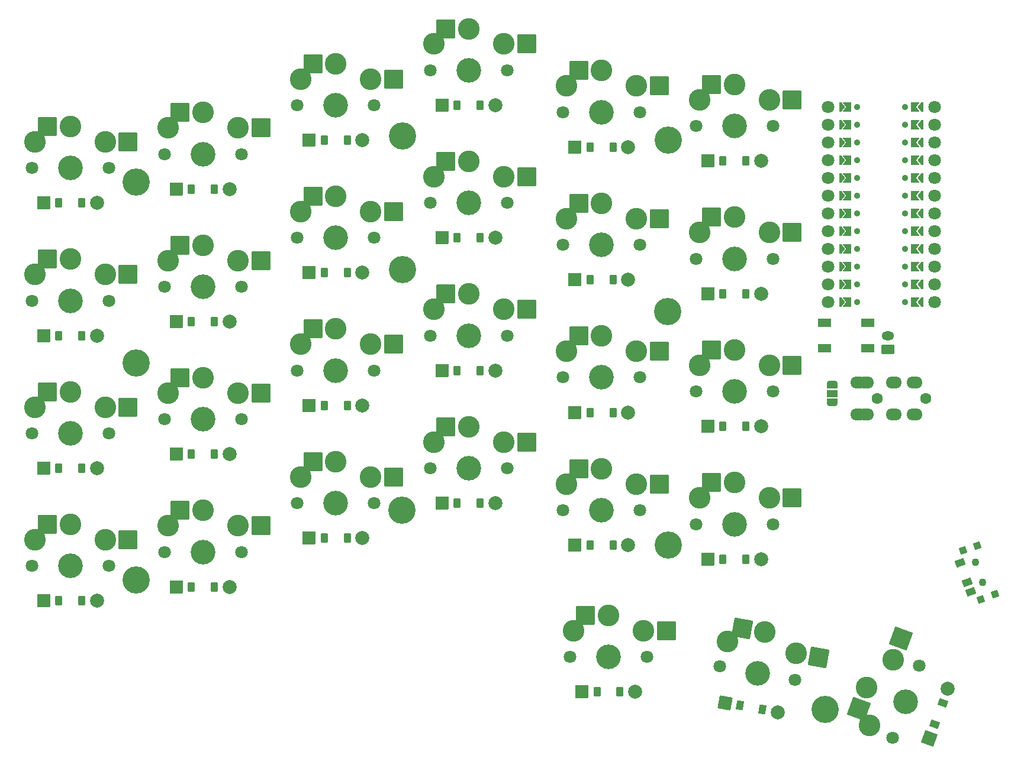
<source format=gbr>
%TF.GenerationSoftware,KiCad,Pcbnew,8.0.5-8.0.5-0~ubuntu20.04.1*%
%TF.CreationDate,2024-10-07T16:46:15+02:00*%
%TF.ProjectId,keyboard_pcb,6b657962-6f61-4726-945f-7063622e6b69,v1.0.0*%
%TF.SameCoordinates,Original*%
%TF.FileFunction,Soldermask,Bot*%
%TF.FilePolarity,Negative*%
%FSLAX46Y46*%
G04 Gerber Fmt 4.6, Leading zero omitted, Abs format (unit mm)*
G04 Created by KiCad (PCBNEW 8.0.5-8.0.5-0~ubuntu20.04.1) date 2024-10-07 16:46:15*
%MOMM*%
%LPD*%
G01*
G04 APERTURE LIST*
G04 Aperture macros list*
%AMRoundRect*
0 Rectangle with rounded corners*
0 $1 Rounding radius*
0 $2 $3 $4 $5 $6 $7 $8 $9 X,Y pos of 4 corners*
0 Add a 4 corners polygon primitive as box body*
4,1,4,$2,$3,$4,$5,$6,$7,$8,$9,$2,$3,0*
0 Add four circle primitives for the rounded corners*
1,1,$1+$1,$2,$3*
1,1,$1+$1,$4,$5*
1,1,$1+$1,$6,$7*
1,1,$1+$1,$8,$9*
0 Add four rect primitives between the rounded corners*
20,1,$1+$1,$2,$3,$4,$5,0*
20,1,$1+$1,$4,$5,$6,$7,0*
20,1,$1+$1,$6,$7,$8,$9,0*
20,1,$1+$1,$8,$9,$2,$3,0*%
%AMFreePoly0*
4,1,16,-0.214645,0.660355,-0.210957,0.656235,0.289043,0.031235,0.299694,-0.005522,0.289043,-0.031235,-0.210957,-0.656235,-0.244478,-0.674694,-0.250000,-0.675000,-0.500000,-0.675000,-0.535355,-0.660355,-0.550000,-0.625000,-0.550000,0.625000,-0.535355,0.660355,-0.500000,0.675000,-0.250000,0.675000,-0.214645,0.660355,-0.214645,0.660355,$1*%
%AMFreePoly1*
4,1,16,0.535355,0.660355,0.550000,0.625000,0.550000,-0.625000,0.535355,-0.660355,0.500000,-0.675000,-0.650000,-0.675000,-0.685355,-0.660355,-0.700000,-0.625000,-0.689043,-0.593765,-0.214031,0.000000,-0.689043,0.593765,-0.699694,0.630522,-0.681235,0.664043,-0.650000,0.675000,0.500000,0.675000,0.535355,0.660355,0.535355,0.660355,$1*%
%AMFreePoly2*
4,1,35,0.585355,0.785355,0.600000,0.750000,0.600000,-0.750000,0.585355,-0.785355,0.550000,-0.800000,0.000000,-0.800000,-0.012286,-0.794911,-0.071157,-0.794911,-0.085244,-0.792886,-0.221795,-0.752791,-0.234740,-0.746879,-0.354462,-0.669938,-0.365217,-0.660618,-0.458414,-0.553063,-0.466109,-0.541091,-0.525228,-0.411637,-0.529237,-0.397982,-0.549491,-0.257116,-0.550000,-0.250000,-0.550000,0.250000,
-0.549491,0.257116,-0.529237,0.397982,-0.525228,0.411637,-0.466109,0.541091,-0.458414,0.553063,-0.365217,0.660618,-0.354462,0.669938,-0.234740,0.746879,-0.221795,0.752791,-0.085244,0.792886,-0.071157,0.794911,-0.012286,0.794911,0.000000,0.800000,0.550000,0.800000,0.585355,0.785355,0.585355,0.785355,$1*%
%AMFreePoly3*
4,1,35,0.012286,0.794911,0.071157,0.794911,0.085244,0.792886,0.221795,0.752791,0.234740,0.746879,0.354462,0.669938,0.365217,0.660618,0.458414,0.553063,0.466109,0.541091,0.525228,0.411637,0.529237,0.397982,0.549491,0.257116,0.550000,0.250000,0.550000,-0.250000,0.549491,-0.257116,0.529237,-0.397982,0.525228,-0.411637,0.466109,-0.541091,0.458414,-0.553063,0.365217,-0.660618,
0.354462,-0.669938,0.234740,-0.746879,0.221795,-0.752791,0.085244,-0.792886,0.071157,-0.794911,0.012286,-0.794911,0.000000,-0.800000,-0.550000,-0.800000,-0.585355,-0.785355,-0.600000,-0.750000,-0.600000,0.750000,-0.585355,0.785355,-0.550000,0.800000,0.000000,0.800000,0.012286,0.794911,0.012286,0.794911,$1*%
G04 Aperture macros list end*
%ADD10C,1.100000*%
%ADD11C,1.801800*%
%ADD12C,3.100000*%
%ADD13C,3.529000*%
%ADD14RoundRect,0.050000X-1.300000X-1.300000X1.300000X-1.300000X1.300000X1.300000X-1.300000X1.300000X0*%
%ADD15RoundRect,0.050000X-0.889000X-0.889000X0.889000X-0.889000X0.889000X0.889000X-0.889000X0.889000X0*%
%ADD16RoundRect,0.050000X-0.450000X-0.600000X0.450000X-0.600000X0.450000X0.600000X-0.450000X0.600000X0*%
%ADD17C,2.005000*%
%ADD18FreePoly0,180.000000*%
%ADD19C,1.800000*%
%ADD20FreePoly0,0.000000*%
%ADD21FreePoly1,0.000000*%
%ADD22C,0.900000*%
%ADD23FreePoly1,180.000000*%
%ADD24C,3.900000*%
%ADD25RoundRect,0.050000X0.850000X-0.600000X0.850000X0.600000X-0.850000X0.600000X-0.850000X-0.600000X0*%
%ADD26O,1.800000X1.300000*%
%ADD27RoundRect,0.050000X-0.576771X0.268953X-0.268953X-0.576771X0.576771X-0.268953X0.268953X0.576771X0*%
%ADD28RoundRect,0.050000X-0.741217X0.209099X-0.433399X-0.636624X0.741217X-0.209099X0.433399X0.636624X0*%
%ADD29RoundRect,0.050000X0.776974X-1.666227X1.666227X0.776974X-0.776974X1.666227X-1.666227X-0.776974X0*%
%ADD30RoundRect,0.050000X0.531331X-1.139443X1.139443X0.531331X-0.531331X1.139443X-1.139443X-0.531331X0*%
%ADD31RoundRect,0.050000X0.409907X-0.628074X0.717725X0.217650X-0.409907X0.628074X-0.717725X-0.217650X0*%
%ADD32C,1.600000*%
%ADD33O,2.300000X1.700000*%
%ADD34RoundRect,0.050000X-0.900000X-0.550000X0.900000X-0.550000X0.900000X0.550000X-0.900000X0.550000X0*%
%ADD35RoundRect,0.050000X-1.029867X-0.721121X0.721121X-1.029867X1.029867X0.721121X-0.721121X1.029867X0*%
%ADD36RoundRect,0.050000X-0.547352X-0.512743X0.338975X-0.669026X0.547352X0.512743X-0.338975X0.669026X0*%
%ADD37RoundRect,0.050000X-1.505993X-1.054507X1.054507X-1.505993X1.505993X1.054507X-1.054507X1.505993X0*%
%ADD38FreePoly2,270.000000*%
%ADD39RoundRect,0.050000X-0.750000X0.500000X-0.750000X-0.500000X0.750000X-0.500000X0.750000X0.500000X0*%
%ADD40FreePoly3,270.000000*%
G04 APERTURE END LIST*
D10*
%TO.C,T1*%
X229486970Y-149500000D03*
X230513030Y-152319078D03*
%TD*%
D11*
%TO.C,S1*%
X94500000Y-150000000D03*
D12*
X95000000Y-146250000D03*
X100000000Y-144050000D03*
X100000000Y-144050000D03*
D13*
X100000000Y-150000000D03*
D12*
X105000000Y-146250000D03*
D11*
X105500000Y-150000000D03*
D14*
X96725000Y-144050000D03*
X108275000Y-146250000D03*
%TD*%
D15*
%TO.C,D6*%
X115190000Y-134000000D03*
D16*
X117350000Y-134000000D03*
X120650000Y-134000000D03*
D17*
X122810000Y-134000000D03*
%TD*%
D11*
%TO.C,S19*%
X170500000Y-104000000D03*
D12*
X171000000Y-100250000D03*
X176000000Y-98050000D03*
X176000000Y-98050000D03*
D13*
X176000000Y-104000000D03*
D12*
X181000000Y-100250000D03*
D11*
X181500000Y-104000000D03*
D14*
X172725000Y-98050000D03*
X184275000Y-100250000D03*
%TD*%
D15*
%TO.C,D10*%
X134190000Y-127000000D03*
D16*
X136350000Y-127000000D03*
X139650000Y-127000000D03*
D17*
X141810000Y-127000000D03*
%TD*%
D18*
%TO.C,MCU1*%
X221500000Y-84300000D03*
D19*
X223620000Y-84300000D03*
D18*
X221500000Y-86840000D03*
D19*
X223620000Y-86840000D03*
D18*
X221500000Y-89380000D03*
D19*
X223620000Y-89380000D03*
D18*
X221500000Y-91920000D03*
D19*
X223620000Y-91920000D03*
D18*
X221500000Y-94460000D03*
D19*
X223620000Y-94460000D03*
D18*
X221500000Y-97000000D03*
D19*
X223620000Y-97000000D03*
D18*
X221500000Y-99540000D03*
D19*
X223620000Y-99540000D03*
D18*
X221500000Y-102080000D03*
D19*
X223620000Y-102080000D03*
D18*
X221500000Y-104620000D03*
D19*
X223620000Y-104620000D03*
D18*
X221500000Y-107160000D03*
D19*
X223620000Y-107160000D03*
D18*
X221500000Y-109700000D03*
D19*
X223620000Y-109700000D03*
D18*
X221500000Y-112240000D03*
D19*
X223620000Y-112240000D03*
X208380000Y-112240000D03*
D20*
X210500000Y-112240000D03*
D19*
X208380000Y-109700000D03*
D20*
X210500000Y-109700000D03*
D19*
X208380000Y-107160000D03*
D20*
X210500000Y-107160000D03*
D19*
X208380000Y-104620000D03*
D20*
X210500000Y-104620000D03*
D19*
X208380000Y-102080000D03*
D20*
X210500000Y-102080000D03*
D19*
X208380000Y-99540000D03*
D20*
X210500000Y-99540000D03*
D19*
X208380000Y-97000000D03*
D20*
X210500000Y-97000000D03*
D19*
X208380000Y-94460000D03*
D20*
X210500000Y-94460000D03*
D19*
X208380000Y-91920000D03*
D20*
X210500000Y-91920000D03*
D19*
X208380000Y-89380000D03*
D20*
X210500000Y-89380000D03*
D19*
X208380000Y-86840000D03*
D20*
X210500000Y-86840000D03*
D19*
X208380000Y-84300000D03*
D20*
X210500000Y-84300000D03*
D21*
X211225000Y-84300000D03*
D22*
X219400000Y-84300000D03*
D21*
X211225000Y-86840000D03*
D22*
X219400000Y-86840000D03*
D21*
X211225000Y-89380000D03*
D22*
X219400000Y-89380000D03*
D21*
X211225000Y-91920000D03*
D22*
X219400000Y-91920000D03*
D21*
X211225000Y-94460000D03*
D22*
X219400000Y-94460000D03*
D21*
X211225000Y-97000000D03*
D22*
X219400000Y-97000000D03*
D21*
X211225000Y-99540000D03*
D22*
X219400000Y-99540000D03*
D21*
X211225000Y-102080000D03*
D22*
X219400000Y-102080000D03*
D21*
X211225000Y-104620000D03*
D22*
X219400000Y-104620000D03*
D21*
X211225000Y-107160000D03*
D22*
X219400000Y-107160000D03*
D21*
X211225000Y-109700000D03*
D22*
X219400000Y-109700000D03*
D21*
X211225000Y-112240000D03*
D22*
X219400000Y-112240000D03*
X212600000Y-112240000D03*
D23*
X220775000Y-112240000D03*
D22*
X212600000Y-109700000D03*
D23*
X220775000Y-109700000D03*
D22*
X212600000Y-107160000D03*
D23*
X220775000Y-107160000D03*
D22*
X212600000Y-104620000D03*
D23*
X220775000Y-104620000D03*
D22*
X212600000Y-102080000D03*
D23*
X220775000Y-102080000D03*
D22*
X212600000Y-99540000D03*
D23*
X220775000Y-99540000D03*
D22*
X212600000Y-97000000D03*
D23*
X220775000Y-97000000D03*
D22*
X212600000Y-94460000D03*
D23*
X220775000Y-94460000D03*
D22*
X212600000Y-91920000D03*
D23*
X220775000Y-91920000D03*
D22*
X212600000Y-89380000D03*
D23*
X220775000Y-89380000D03*
D22*
X212600000Y-86840000D03*
D23*
X220775000Y-86840000D03*
D22*
X212600000Y-84300000D03*
D23*
X220775000Y-84300000D03*
%TD*%
D11*
%TO.C,S8*%
X113500000Y-91000000D03*
D12*
X114000000Y-87250000D03*
X119000000Y-85050000D03*
X119000000Y-85050000D03*
D13*
X119000000Y-91000000D03*
D12*
X124000000Y-87250000D03*
D11*
X124500000Y-91000000D03*
D14*
X115725000Y-85050000D03*
X127275000Y-87250000D03*
%TD*%
D15*
%TO.C,D17*%
X172190000Y-147000000D03*
D16*
X174350000Y-147000000D03*
X177650000Y-147000000D03*
D17*
X179810000Y-147000000D03*
%TD*%
D11*
%TO.C,S3*%
X94500000Y-112000000D03*
D12*
X95000000Y-108250000D03*
X100000000Y-106050000D03*
X100000000Y-106050000D03*
D13*
X100000000Y-112000000D03*
D12*
X105000000Y-108250000D03*
D11*
X105500000Y-112000000D03*
D14*
X96725000Y-106050000D03*
X108275000Y-108250000D03*
%TD*%
D15*
%TO.C,D23*%
X191190000Y-111000000D03*
D16*
X193350000Y-111000000D03*
X196650000Y-111000000D03*
D17*
X198810000Y-111000000D03*
%TD*%
D24*
%TO.C,H3*%
X109450000Y-152000000D03*
%TD*%
%TO.C,H8*%
X109450000Y-120920000D03*
%TD*%
D15*
%TO.C,D2*%
X96190000Y-136000000D03*
D16*
X98350000Y-136000000D03*
X101650000Y-136000000D03*
D17*
X103810000Y-136000000D03*
%TD*%
D15*
%TO.C,D21*%
X191190000Y-149000000D03*
D16*
X193350000Y-149000000D03*
X196650000Y-149000000D03*
D17*
X198810000Y-149000000D03*
%TD*%
D25*
%TO.C,JST2*%
X217000000Y-119000000D03*
D26*
X217000000Y-117000000D03*
%TD*%
D27*
%TO.C,T2*%
X229768187Y-147056454D03*
X227700865Y-147808898D03*
D10*
X229486970Y-149500000D03*
X230513030Y-152319078D03*
D27*
X232299135Y-154010180D03*
X230231813Y-154762624D03*
D28*
X227280592Y-149504921D03*
X228306653Y-152324000D03*
X228819683Y-153733539D03*
%TD*%
D15*
%TO.C,D19*%
X172190000Y-109000000D03*
D16*
X174350000Y-109000000D03*
X177650000Y-109000000D03*
D17*
X179810000Y-109000000D03*
%TD*%
D15*
%TO.C,D8*%
X115190000Y-96000000D03*
D16*
X117350000Y-96000000D03*
X120650000Y-96000000D03*
D17*
X122810000Y-96000000D03*
%TD*%
D25*
%TO.C,JST1*%
X217000000Y-119000000D03*
D26*
X217000000Y-117000000D03*
%TD*%
D11*
%TO.C,S16*%
X151500000Y-79000000D03*
D12*
X152000000Y-75250000D03*
X157000000Y-73050000D03*
X157000000Y-73050000D03*
D13*
X157000000Y-79000000D03*
D12*
X162000000Y-75250000D03*
D11*
X162500000Y-79000000D03*
D14*
X153725000Y-73050000D03*
X165275000Y-75250000D03*
%TD*%
D11*
%TO.C,S4*%
X94500000Y-93000000D03*
D12*
X95000000Y-89250000D03*
X100000000Y-87050000D03*
X100000000Y-87050000D03*
D13*
X100000000Y-93000000D03*
D12*
X105000000Y-89250000D03*
D11*
X105500000Y-93000000D03*
D14*
X96725000Y-87050000D03*
X108275000Y-89250000D03*
%TD*%
D15*
%TO.C,D11*%
X134190000Y-108000000D03*
D16*
X136350000Y-108000000D03*
X139650000Y-108000000D03*
D17*
X141810000Y-108000000D03*
%TD*%
D11*
%TO.C,S2*%
X94500000Y-131000000D03*
D12*
X95000000Y-127250000D03*
X100000000Y-125050000D03*
X100000000Y-125050000D03*
D13*
X100000000Y-131000000D03*
D12*
X105000000Y-127250000D03*
D11*
X105500000Y-131000000D03*
D14*
X96725000Y-125050000D03*
X108275000Y-127250000D03*
%TD*%
D11*
%TO.C,S24*%
X189500000Y-87000000D03*
D12*
X190000000Y-83250000D03*
X195000000Y-81050000D03*
X195000000Y-81050000D03*
D13*
X195000000Y-87000000D03*
D12*
X200000000Y-83250000D03*
D11*
X200500000Y-87000000D03*
D14*
X191725000Y-81050000D03*
X203275000Y-83250000D03*
%TD*%
D11*
%TO.C,S27*%
X217652140Y-174579294D03*
D12*
X214299303Y-172826873D03*
X213942080Y-167375965D03*
X213942080Y-167375965D03*
D13*
X219533251Y-169410985D03*
D12*
X217719504Y-163429946D03*
D11*
X221414362Y-164242676D03*
D29*
X212821964Y-170453458D03*
X218839620Y-160352453D03*
%TD*%
D15*
%TO.C,D15*%
X153190000Y-103000000D03*
D16*
X155350000Y-103000000D03*
X158650000Y-103000000D03*
D17*
X160810000Y-103000000D03*
%TD*%
D15*
%TO.C,D18*%
X172190000Y-128000000D03*
D16*
X174350000Y-128000000D03*
X177650000Y-128000000D03*
D17*
X179810000Y-128000000D03*
%TD*%
D30*
%TO.C,D27*%
X222928617Y-174701314D03*
D31*
X223667381Y-172671578D03*
X224796047Y-169570592D03*
D17*
X225534811Y-167540856D03*
%TD*%
D24*
%TO.C,H2*%
X109450000Y-95000000D03*
%TD*%
%TO.C,H1*%
X185550000Y-89000000D03*
%TD*%
D15*
%TO.C,D25*%
X173190000Y-168000000D03*
D16*
X175350000Y-168000000D03*
X178650000Y-168000000D03*
D17*
X180810000Y-168000000D03*
%TD*%
D32*
%TO.C,TRRS1*%
X222400000Y-126000000D03*
X215400000Y-126000000D03*
D33*
X212700000Y-123700000D03*
X212700000Y-128300000D03*
X213800000Y-123700000D03*
X213800000Y-128300000D03*
X217800000Y-123700000D03*
X217800000Y-128300000D03*
X220800000Y-123700000D03*
X220800000Y-128300000D03*
%TD*%
D15*
%TO.C,D14*%
X153190000Y-122000000D03*
D16*
X155350000Y-122000000D03*
X158650000Y-122000000D03*
D17*
X160810000Y-122000000D03*
%TD*%
D11*
%TO.C,S20*%
X170500000Y-85000000D03*
D12*
X171000000Y-81250000D03*
X176000000Y-79050000D03*
X176000000Y-79050000D03*
D13*
X176000000Y-85000000D03*
D12*
X181000000Y-81250000D03*
D11*
X181500000Y-85000000D03*
D14*
X172725000Y-79050000D03*
X184275000Y-81250000D03*
%TD*%
D11*
%TO.C,S11*%
X132500000Y-103000000D03*
D12*
X133000000Y-99250000D03*
X138000000Y-97050000D03*
X138000000Y-97050000D03*
D13*
X138000000Y-103000000D03*
D12*
X143000000Y-99250000D03*
D11*
X143500000Y-103000000D03*
D14*
X134725000Y-97050000D03*
X146275000Y-99250000D03*
%TD*%
D11*
%TO.C,S9*%
X132500000Y-141000000D03*
D12*
X133000000Y-137250000D03*
X138000000Y-135050000D03*
X138000000Y-135050000D03*
D13*
X138000000Y-141000000D03*
D12*
X143000000Y-137250000D03*
D11*
X143500000Y-141000000D03*
D14*
X134725000Y-135050000D03*
X146275000Y-137250000D03*
%TD*%
D11*
%TO.C,S12*%
X132500000Y-84000000D03*
D12*
X133000000Y-80250000D03*
X138000000Y-78050000D03*
X138000000Y-78050000D03*
D13*
X138000000Y-84000000D03*
D12*
X143000000Y-80250000D03*
D11*
X143500000Y-84000000D03*
D14*
X134725000Y-78050000D03*
X146275000Y-80250000D03*
%TD*%
D15*
%TO.C,D12*%
X134190000Y-89000000D03*
D16*
X136350000Y-89000000D03*
X139650000Y-89000000D03*
D17*
X141810000Y-89000000D03*
%TD*%
D11*
%TO.C,S10*%
X132500000Y-122000000D03*
D12*
X133000000Y-118250000D03*
X138000000Y-116050000D03*
X138000000Y-116050000D03*
D13*
X138000000Y-122000000D03*
D12*
X143000000Y-118250000D03*
D11*
X143500000Y-122000000D03*
D14*
X134725000Y-116050000D03*
X146275000Y-118250000D03*
%TD*%
D34*
%TO.C,B2*%
X207900000Y-115150000D03*
X214100000Y-115150000D03*
X207900000Y-118850000D03*
X214100000Y-118850000D03*
%TD*%
D15*
%TO.C,D13*%
X153190000Y-141000000D03*
D16*
X155350000Y-141000000D03*
X158650000Y-141000000D03*
D17*
X160810000Y-141000000D03*
%TD*%
D24*
%TO.C,H5*%
X147550000Y-107550000D03*
%TD*%
D11*
%TO.C,S5*%
X113500000Y-148000000D03*
D12*
X114000000Y-144250000D03*
X119000000Y-142050000D03*
X119000000Y-142050000D03*
D13*
X119000000Y-148000000D03*
D12*
X124000000Y-144250000D03*
D11*
X124500000Y-148000000D03*
D14*
X115725000Y-142050000D03*
X127275000Y-144250000D03*
%TD*%
D24*
%TO.C,H7*%
X208012759Y-170538758D03*
%TD*%
D11*
%TO.C,S13*%
X151500000Y-136000000D03*
D12*
X152000000Y-132250000D03*
X157000000Y-130050000D03*
X157000000Y-130050000D03*
D13*
X157000000Y-136000000D03*
D12*
X162000000Y-132250000D03*
D11*
X162500000Y-136000000D03*
D14*
X153725000Y-130050000D03*
X165275000Y-132250000D03*
%TD*%
D11*
%TO.C,S17*%
X170500000Y-142000000D03*
D12*
X171000000Y-138250000D03*
X176000000Y-136050000D03*
X176000000Y-136050000D03*
D13*
X176000000Y-142000000D03*
D12*
X181000000Y-138250000D03*
D11*
X181500000Y-142000000D03*
D14*
X172725000Y-136050000D03*
X184275000Y-138250000D03*
%TD*%
D24*
%TO.C,H4*%
X185550000Y-147000000D03*
%TD*%
D15*
%TO.C,D24*%
X191190000Y-92000000D03*
D16*
X193350000Y-92000000D03*
X196650000Y-92000000D03*
D17*
X198810000Y-92000000D03*
%TD*%
D11*
%TO.C,S21*%
X189500000Y-144000000D03*
D12*
X190000000Y-140250000D03*
X195000000Y-138050000D03*
X195000000Y-138050000D03*
D13*
X195000000Y-144000000D03*
D12*
X200000000Y-140250000D03*
D11*
X200500000Y-144000000D03*
D14*
X191725000Y-138050000D03*
X203275000Y-140250000D03*
%TD*%
D15*
%TO.C,D22*%
X191190000Y-130000000D03*
D16*
X193350000Y-130000000D03*
X196650000Y-130000000D03*
D17*
X198810000Y-130000000D03*
%TD*%
D15*
%TO.C,D9*%
X134190000Y-146000000D03*
D16*
X136350000Y-146000000D03*
X139650000Y-146000000D03*
D17*
X141810000Y-146000000D03*
%TD*%
D11*
%TO.C,S18*%
X170500000Y-123000000D03*
D12*
X171000000Y-119250000D03*
X176000000Y-117050000D03*
X176000000Y-117050000D03*
D13*
X176000000Y-123000000D03*
D12*
X181000000Y-119250000D03*
D11*
X181500000Y-123000000D03*
D14*
X172725000Y-117050000D03*
X184275000Y-119250000D03*
%TD*%
D15*
%TO.C,D5*%
X115190000Y-153000000D03*
D16*
X117350000Y-153000000D03*
X120650000Y-153000000D03*
D17*
X122810000Y-153000000D03*
%TD*%
D11*
%TO.C,S22*%
X189500000Y-125000000D03*
D12*
X190000000Y-121250000D03*
X195000000Y-119050000D03*
X195000000Y-119050000D03*
D13*
X195000000Y-125000000D03*
D12*
X200000000Y-121250000D03*
D11*
X200500000Y-125000000D03*
D14*
X191725000Y-119050000D03*
X203275000Y-121250000D03*
%TD*%
D15*
%TO.C,D3*%
X96190000Y-117000000D03*
D16*
X98350000Y-117000000D03*
X101650000Y-117000000D03*
D17*
X103810000Y-117000000D03*
%TD*%
D15*
%TO.C,D4*%
X96190000Y-98000000D03*
D16*
X98350000Y-98000000D03*
X101650000Y-98000000D03*
D17*
X103810000Y-98000000D03*
%TD*%
D24*
%TO.C,H6*%
X147450000Y-142000000D03*
%TD*%
D11*
%TO.C,S23*%
X189500000Y-106000000D03*
D12*
X190000000Y-102250000D03*
X195000000Y-100050000D03*
X195000000Y-100050000D03*
D13*
X195000000Y-106000000D03*
D12*
X200000000Y-102250000D03*
D11*
X200500000Y-106000000D03*
D14*
X191725000Y-100050000D03*
X203275000Y-102250000D03*
%TD*%
D35*
%TO.C,D26*%
X193674094Y-169606650D03*
D36*
X195801281Y-169981731D03*
X199051147Y-170554769D03*
D17*
X201178334Y-170929850D03*
%TD*%
D15*
%TO.C,D7*%
X115190000Y-115000000D03*
D16*
X117350000Y-115000000D03*
X120650000Y-115000000D03*
D17*
X122810000Y-115000000D03*
%TD*%
D11*
%TO.C,S6*%
X113500000Y-129000000D03*
D12*
X114000000Y-125250000D03*
X119000000Y-123050000D03*
X119000000Y-123050000D03*
D13*
X119000000Y-129000000D03*
D12*
X124000000Y-125250000D03*
D11*
X124500000Y-129000000D03*
D14*
X115725000Y-123050000D03*
X127275000Y-125250000D03*
%TD*%
D11*
%TO.C,S25*%
X171500000Y-163000000D03*
D12*
X172000000Y-159250000D03*
X177000000Y-157050000D03*
X177000000Y-157050000D03*
D13*
X177000000Y-163000000D03*
D12*
X182000000Y-159250000D03*
D11*
X182500000Y-163000000D03*
D14*
X173725000Y-157050000D03*
X185275000Y-159250000D03*
%TD*%
D24*
%TO.C,H9*%
X147550000Y-88450000D03*
%TD*%
%TO.C,H10*%
X185450000Y-113550000D03*
%TD*%
D11*
%TO.C,S26*%
X192878012Y-164389146D03*
D12*
X194021597Y-160782941D03*
X199327662Y-159484605D03*
X199327662Y-159484605D03*
D13*
X198294455Y-165344211D03*
D12*
X203869674Y-162519423D03*
D11*
X203710898Y-166299276D03*
D37*
X196102416Y-158915907D03*
X207094920Y-163088121D03*
%TD*%
D11*
%TO.C,S7*%
X113500000Y-110000000D03*
D12*
X114000000Y-106250000D03*
X119000000Y-104050000D03*
X119000000Y-104050000D03*
D13*
X119000000Y-110000000D03*
D12*
X124000000Y-106250000D03*
D11*
X124500000Y-110000000D03*
D14*
X115725000Y-104050000D03*
X127275000Y-106250000D03*
%TD*%
D15*
%TO.C,D16*%
X153190000Y-84000000D03*
D16*
X155350000Y-84000000D03*
X158650000Y-84000000D03*
D17*
X160810000Y-84000000D03*
%TD*%
D15*
%TO.C,D1*%
X96190000Y-155000000D03*
D16*
X98350000Y-155000000D03*
X101650000Y-155000000D03*
D17*
X103810000Y-155000000D03*
%TD*%
D11*
%TO.C,S15*%
X151500000Y-98000000D03*
D12*
X152000000Y-94250000D03*
X157000000Y-92050000D03*
X157000000Y-92050000D03*
D13*
X157000000Y-98000000D03*
D12*
X162000000Y-94250000D03*
D11*
X162500000Y-98000000D03*
D14*
X153725000Y-92050000D03*
X165275000Y-94250000D03*
%TD*%
D11*
%TO.C,S14*%
X151500000Y-117000000D03*
D12*
X152000000Y-113250000D03*
X157000000Y-111050000D03*
X157000000Y-111050000D03*
D13*
X157000000Y-117000000D03*
D12*
X162000000Y-113250000D03*
D11*
X162500000Y-117000000D03*
D14*
X153725000Y-111050000D03*
X165275000Y-113250000D03*
%TD*%
D15*
%TO.C,D20*%
X172190000Y-90000000D03*
D16*
X174350000Y-90000000D03*
X177650000Y-90000000D03*
D17*
X179810000Y-90000000D03*
%TD*%
D38*
%TO.C,REF\u002A\u002A*%
X209000000Y-124000000D03*
D39*
X209000000Y-125300000D03*
D40*
X209000000Y-126600000D03*
%TD*%
M02*

</source>
